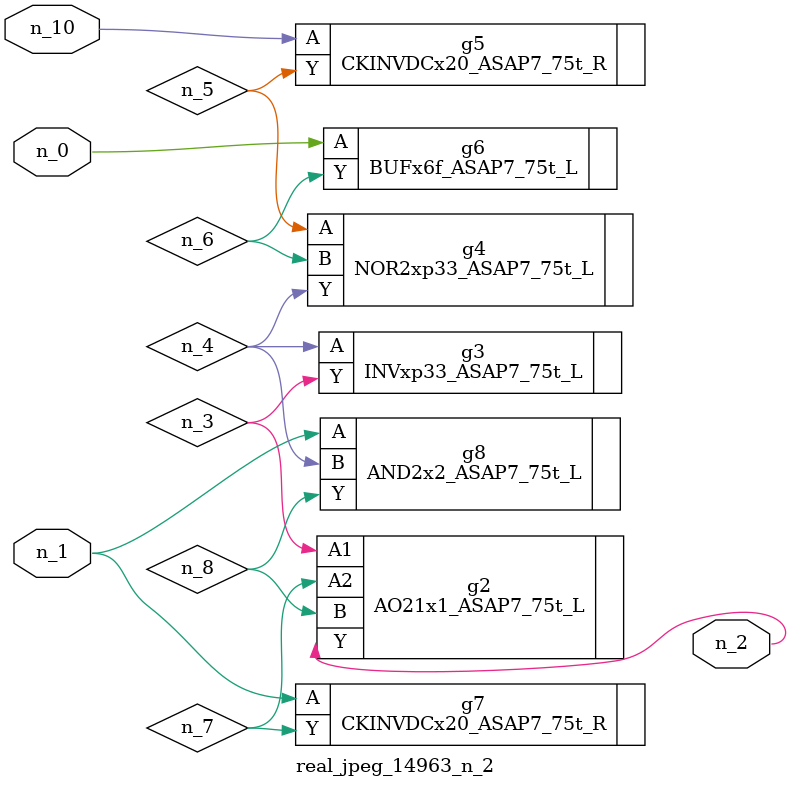
<source format=v>
module real_jpeg_14963_n_2 (n_1, n_10, n_0, n_2);

input n_1;
input n_10;
input n_0;

output n_2;

wire n_5;
wire n_4;
wire n_8;
wire n_6;
wire n_7;
wire n_3;

BUFx6f_ASAP7_75t_L g6 ( 
.A(n_0),
.Y(n_6)
);

CKINVDCx20_ASAP7_75t_R g7 ( 
.A(n_1),
.Y(n_7)
);

AND2x2_ASAP7_75t_L g8 ( 
.A(n_1),
.B(n_4),
.Y(n_8)
);

AO21x1_ASAP7_75t_L g2 ( 
.A1(n_3),
.A2(n_7),
.B(n_8),
.Y(n_2)
);

INVxp33_ASAP7_75t_L g3 ( 
.A(n_4),
.Y(n_3)
);

NOR2xp33_ASAP7_75t_L g4 ( 
.A(n_5),
.B(n_6),
.Y(n_4)
);

CKINVDCx20_ASAP7_75t_R g5 ( 
.A(n_10),
.Y(n_5)
);


endmodule
</source>
